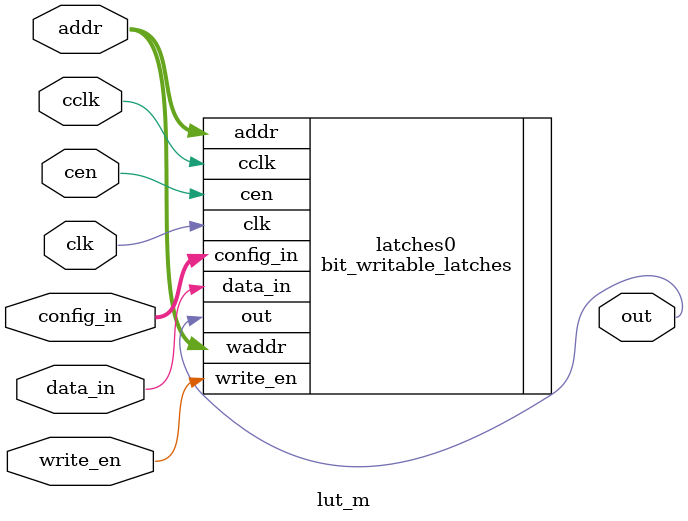
<source format=v>

module lut_m #(
    parameter INPUTS=4, MEM_SIZE=2**INPUTS
) (
    // IO
    input [INPUTS-1:0] addr, 
    output out,

    // user-write clock
    input clk,

    // Block Style Configuration
    input cclk,
    input cen,
    input [MEM_SIZE-1:0] config_in,

    // Single-bit, single-port Write
    input data_in,
    input write_en,
);

bit_writable_latches #(.ADDR_BITS(INPUTS)) latches0 (
    .addr(addr), 
    .out(out),
    .clk(clk),
    .cclk(cclk),
    .cen(cen),
    .config_in(config_in),
    .data_in(data_in),
    .write_en(write_en),
    .waddr(addr)
);

endmodule


</source>
